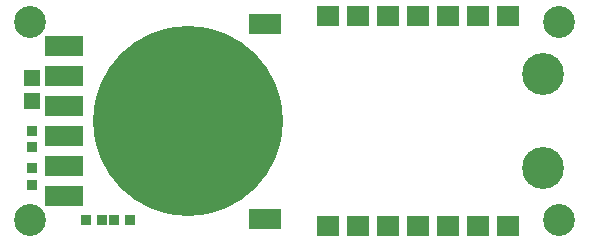
<source format=gts>
G04*
G04 #@! TF.GenerationSoftware,Altium Limited,CircuitStudio,1.5.2 (30)*
G04*
G04 Layer_Color=20142*
%FSLAX25Y25*%
%MOIN*%
G70*
G01*
G75*
%ADD43R,0.03800X0.03800*%
%ADD44R,0.05800X0.05300*%
%ADD45R,0.12611X0.06706*%
%ADD46R,0.07800X0.06800*%
%ADD47R,0.10642X0.06706*%
%ADD48R,0.03800X0.03800*%
%ADD49C,0.13986*%
%ADD50C,0.63398*%
%ADD51C,0.10642*%
D43*
X-24700Y-33000D02*
D03*
X-19300D02*
D03*
X-28800D02*
D03*
X-34200D02*
D03*
D44*
X-52000Y6760D02*
D03*
Y14240D02*
D03*
D45*
X-41339Y25000D02*
D03*
Y15000D02*
D03*
Y5000D02*
D03*
Y-5000D02*
D03*
Y-15000D02*
D03*
Y-25000D02*
D03*
D46*
X106500Y-35000D02*
D03*
Y35000D02*
D03*
X96500D02*
D03*
X86500D02*
D03*
X76500D02*
D03*
X66500D02*
D03*
X56500D02*
D03*
X46500D02*
D03*
Y-35000D02*
D03*
X56500D02*
D03*
X66500D02*
D03*
X76500D02*
D03*
X86500D02*
D03*
X96500D02*
D03*
D47*
X25500Y-32500D02*
D03*
Y32500D02*
D03*
D48*
X-52000Y-15800D02*
D03*
Y-21200D02*
D03*
Y-8700D02*
D03*
Y-3300D02*
D03*
D49*
X118287Y-15512D02*
D03*
Y15512D02*
D03*
D50*
X0Y0D02*
D03*
D51*
X-52756Y33071D02*
D03*
Y-33071D02*
D03*
X123622D02*
D03*
Y33071D02*
D03*
M02*

</source>
